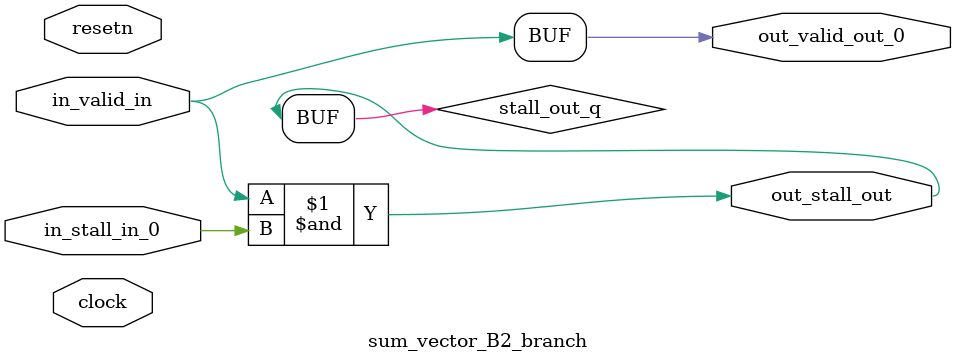
<source format=sv>



(* altera_attribute = "-name AUTO_SHIFT_REGISTER_RECOGNITION OFF; -name MESSAGE_DISABLE 10036; -name MESSAGE_DISABLE 10037; -name MESSAGE_DISABLE 14130; -name MESSAGE_DISABLE 14320; -name MESSAGE_DISABLE 15400; -name MESSAGE_DISABLE 14130; -name MESSAGE_DISABLE 10036; -name MESSAGE_DISABLE 12020; -name MESSAGE_DISABLE 12030; -name MESSAGE_DISABLE 12010; -name MESSAGE_DISABLE 12110; -name MESSAGE_DISABLE 14320; -name MESSAGE_DISABLE 13410; -name MESSAGE_DISABLE 113007; -name MESSAGE_DISABLE 10958" *)
module sum_vector_B2_branch (
    input wire [0:0] in_stall_in_0,
    input wire [0:0] in_valid_in,
    output wire [0:0] out_stall_out,
    output wire [0:0] out_valid_out_0,
    input wire clock,
    input wire resetn
    );

    wire [0:0] stall_out_q;


    // stall_out(LOGICAL,6)
    assign stall_out_q = in_valid_in & in_stall_in_0;

    // out_stall_out(GPOUT,4)
    assign out_stall_out = stall_out_q;

    // out_valid_out_0(GPOUT,5)
    assign out_valid_out_0 = in_valid_in;

endmodule

</source>
